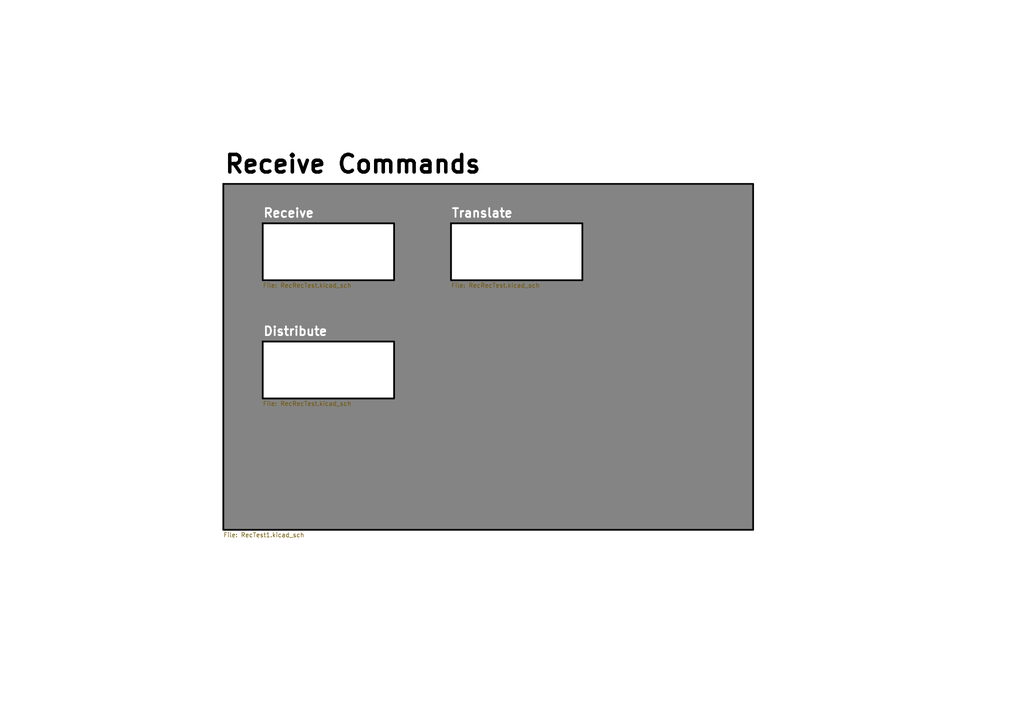
<source format=kicad_sch>
(kicad_sch
	(version 20231120)
	(generator "eeschema")
	(generator_version "8.0")
	(uuid "a68e9a91-0e93-4e1e-a4e4-a42dece04509")
	(paper "A4")
	(lib_symbols)
	(sheet
		(at 64.77 53.34)
		(size 153.67 100.33)
		(fields_autoplaced yes)
		(stroke
			(width 0.508)
			(type solid)
			(color 0 0 0 1)
		)
		(fill
			(color 132 132 132 1.0000)
		)
		(uuid "5201cf19-b309-4e90-b92e-a37dd76d0d94")
		(property "Sheetname" "Receive Commands"
			(at 64.77 50.5456 0)
			(effects
				(font
					(size 5.08 5.08)
					(thickness 1.016)
					(bold yes)
					(color 0 0 0 1)
				)
				(justify left bottom)
			)
		)
		(property "Sheetfile" "RecTest1.kicad_sch"
			(at 64.77 154.4324 0)
			(effects
				(font
					(size 1.27 1.27)
				)
				(justify left top)
			)
		)
		(instances
			(project "Testing"
				(path "/f035f0a1-379f-4f34-81a0-5945bf64a21f/f8d6ed9e-a4dc-41fc-b20f-d7adfc22f239/b86a9e24-9249-43e2-9245-ce648ed3051e"
					(page "39")
				)
			)
		)
	)
	(sheet
		(at 76.2 99.06)
		(size 38.1 16.51)
		(fields_autoplaced yes)
		(stroke
			(width 0.508)
			(type solid)
			(color 0 0 0 1)
		)
		(fill
			(color 255 255 255 1.0000)
		)
		(uuid "55253fab-cc38-454a-adf3-e99e3b4db48e")
		(property "Sheetname" "Distribute"
			(at 76.2 97.5356 0)
			(effects
				(font
					(size 2.54 2.54)
					(thickness 0.508)
					(bold yes)
					(color 255 255 255 1)
				)
				(justify left bottom)
			)
		)
		(property "Sheetfile" "RecRecTest.kicad_sch"
			(at 76.2 116.3324 0)
			(effects
				(font
					(size 1.27 1.27)
				)
				(justify left top)
			)
		)
		(instances
			(project "Testing"
				(path "/f035f0a1-379f-4f34-81a0-5945bf64a21f/f8d6ed9e-a4dc-41fc-b20f-d7adfc22f239/b86a9e24-9249-43e2-9245-ce648ed3051e"
					(page "50")
				)
			)
		)
	)
	(sheet
		(at 130.81 64.77)
		(size 38.1 16.51)
		(fields_autoplaced yes)
		(stroke
			(width 0.508)
			(type solid)
			(color 0 0 0 1)
		)
		(fill
			(color 255 255 255 1.0000)
		)
		(uuid "ef2040ca-374e-4fa4-90cc-5b950e826952")
		(property "Sheetname" "Translate"
			(at 130.81 63.2456 0)
			(effects
				(font
					(size 2.54 2.54)
					(thickness 0.508)
					(bold yes)
					(color 255 255 255 1)
				)
				(justify left bottom)
			)
		)
		(property "Sheetfile" "RecRecTest.kicad_sch"
			(at 130.81 82.0424 0)
			(effects
				(font
					(size 1.27 1.27)
				)
				(justify left top)
			)
		)
		(instances
			(project "Testing"
				(path "/f035f0a1-379f-4f34-81a0-5945bf64a21f/f8d6ed9e-a4dc-41fc-b20f-d7adfc22f239/b86a9e24-9249-43e2-9245-ce648ed3051e"
					(page "31")
				)
			)
		)
	)
	(sheet
		(at 76.2 64.77)
		(size 38.1 16.51)
		(fields_autoplaced yes)
		(stroke
			(width 0.508)
			(type solid)
			(color 0 0 0 1)
		)
		(fill
			(color 255 255 255 1.0000)
		)
		(uuid "f2de4037-6aba-4d2a-b4f6-a10f537450b8")
		(property "Sheetname" "Receive"
			(at 76.2 63.2456 0)
			(effects
				(font
					(size 2.54 2.54)
					(thickness 0.508)
					(bold yes)
					(color 255 255 255 1)
				)
				(justify left bottom)
			)
		)
		(property "Sheetfile" "RecRecTest.kicad_sch"
			(at 76.2 82.0424 0)
			(effects
				(font
					(size 1.27 1.27)
				)
				(justify left top)
			)
		)
		(instances
			(project "Testing"
				(path "/f035f0a1-379f-4f34-81a0-5945bf64a21f/f8d6ed9e-a4dc-41fc-b20f-d7adfc22f239/b86a9e24-9249-43e2-9245-ce648ed3051e"
					(page "57")
				)
			)
		)
	)
)

</source>
